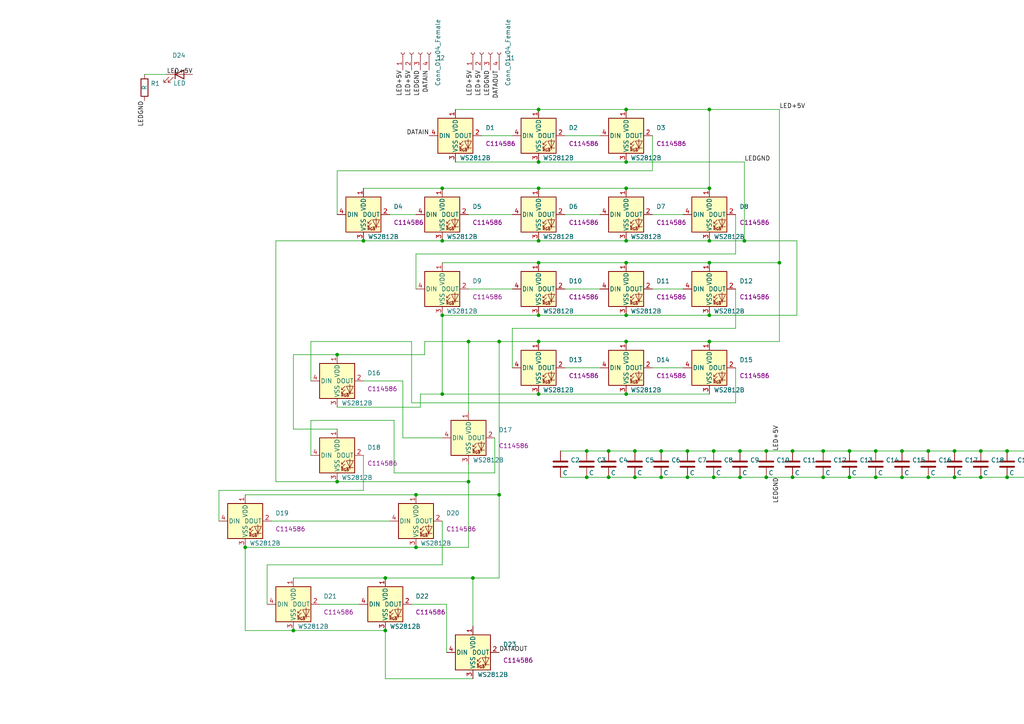
<source format=kicad_sch>
(kicad_sch (version 20211123) (generator eeschema)
  (paper "A4")
  (title_block (title "LANDING GEAR PANEL") (date "2023-02-10") (rev "3"))
  (lib_symbols
    (symbol "Connector:Conn_01x04_Female" (pin_names (offset 1.016) hide)
      (property "Reference" "J" (at 0 5.08 0))
      (property "Value" "Conn_01x04_Female" (at 0 -7.62 0))
      (symbol "Conn_01x04_Female_1_1"
        (arc (start 0 -4.572) (mid -0.508 -5.08) (end 0 -5.588) (stroke (width 0.1524)))
        (arc (start 0 -2.032) (mid -0.508 -2.54) (end 0 -3.048) (stroke (width 0.1524)))
        (polyline (pts (xy -1.27 -5.08) (xy -0.508 -5.08)) (stroke (width 0.1524)))
        (polyline (pts (xy -1.27 -2.54) (xy -0.508 -2.54)) (stroke (width 0.1524)))
        (polyline (pts (xy -1.27 0) (xy -0.508 0)) (stroke (width 0.1524)))
        (polyline (pts (xy -1.27 2.54) (xy -0.508 2.54)) (stroke (width 0.1524)))
        (arc (start 0 0.508) (mid -0.508 0) (end 0 -0.508) (stroke (width 0.1524)))
        (arc (start 0 3.048) (mid -0.508 2.54) (end 0 2.032) (stroke (width 0.1524)))
        (pin passive line (at -5.08 2.54 0) (length 3.81) (name "Pin_1") (number "1"))
        (pin passive line (at -5.08 0 0) (length 3.81) (name "Pin_2") (number "2"))
        (pin passive line (at -5.08 -2.54 0) (length 3.81) (name "Pin_3") (number "3"))
        (pin passive line (at -5.08 -5.08 0) (length 3.81) (name "Pin_4") (number "4"))
      )
    )
    (symbol "Device:C" (pin_numbers hide) (pin_names (offset 0.254))
      (property "Reference" "C" (at 0.635 2.54 0))
      (property "Value" "C" (at 0.635 -2.54 0))
      (symbol "C_0_1"
        (polyline (pts (xy -2.032 -0.762) (xy 2.032 -0.762)) (stroke (width 0.508)))
        (polyline (pts (xy -2.032 0.762) (xy 2.032 0.762)) (stroke (width 0.508)))
      )
      (symbol "C_1_1"
        (pin passive line (at 0 3.81 270) (length 2.794) (name "~") (number "1"))
        (pin passive line (at 0 -3.81 90) (length 2.794) (name "~") (number "2"))
      )
    )
    (symbol "Device:C_Polarized" (pin_numbers hide) (pin_names (offset 0.254))
      (property "Reference" "C" (at 0.635 2.54 0))
      (property "Value" "C_Polarized" (at 0.635 -2.54 0))
      (symbol "C_Polarized_0_1"
        (rectangle (start -2.286 0.508) (end 2.286 1.016))
        (polyline (pts (xy -1.778 2.286) (xy -0.762 2.286)))
        (polyline (pts (xy -1.27 2.794) (xy -1.27 1.778)))
        (rectangle (start 2.286 -0.508) (end -2.286 -1.016) (fill (type outline)))
      )
      (symbol "C_Polarized_1_1"
        (pin passive line (at 0 3.81 270) (length 2.794) (name "~") (number "1"))
        (pin passive line (at 0 -3.81 90) (length 2.794) (name "~") (number "2"))
      )
    )
    (symbol "Device:LED" (pin_numbers hide) (pin_names (offset 1.016) hide)
      (property "Reference" "D" (at 0 2.54 0))
      (property "Value" "LED" (at 0 -2.54 0))
      (symbol "LED_0_1"
        (polyline (pts (xy -1.27 -1.27) (xy -1.27 1.27)) (stroke (width 0.254)))
        (polyline (pts (xy -1.27 0) (xy 1.27 0)))
        (polyline (pts (xy 1.27 -1.27) (xy 1.27 1.27) (xy -1.27 0) (xy 1.27 -1.27)) (stroke (width 0.254)))
        (polyline (pts (xy -3.048 -0.762) (xy -4.572 -2.286) (xy -3.81 -2.286) (xy -4.572 -2.286) (xy -4.572 -1.524)))
        (polyline (pts (xy -1.778 -0.762) (xy -3.302 -2.286) (xy -2.54 -2.286) (xy -3.302 -2.286) (xy -3.302 -1.524)))
      )
      (symbol "LED_1_1"
        (pin passive line (at -3.81 0 0) (length 2.54) (name "K") (number "1"))
        (pin passive line (at 3.81 0 180) (length 2.54) (name "A") (number "2"))
      )
    )
    (symbol "Device:R" (pin_numbers hide) (pin_names (offset 0))
      (property "Reference" "R" (at 2.032 0 90))
      (property "Value" "R" (at 0 0 90))
      (symbol "R_0_1"
        (rectangle (start -1.016 -2.54) (end 1.016 2.54) (stroke (width 0.254)))
      )
      (symbol "R_1_1"
        (pin passive line (at 0 3.81 270) (length 1.27) (name "~") (number "1"))
        (pin passive line (at 0 -3.81 90) (length 1.27) (name "~") (number "2"))
      )
    )
    (symbol "LED:WS2812B" (pin_names (offset 0.254))
      (property "Reference" "D" (at 5.08 5.715 0))
      (property "Value" "WS2812B" (at 1.27 -5.715 0))
      (symbol "WS2812B_0_0"
        (text "RGB" (at 2.286 -4.191 0) (effects (font (size 0.762 0.762))))
      )
      (symbol "WS2812B_0_1"
        (polyline (pts (xy 1.27 -3.556) (xy 1.778 -3.556)))
        (polyline (pts (xy 1.27 -2.54) (xy 1.778 -2.54)))
        (polyline (pts (xy 4.699 -3.556) (xy 2.667 -3.556)))
        (polyline (pts (xy 2.286 -2.54) (xy 1.27 -3.556) (xy 1.27 -3.048)))
        (polyline (pts (xy 2.286 -1.524) (xy 1.27 -2.54) (xy 1.27 -2.032)))
        (polyline (pts (xy 3.683 -1.016) (xy 3.683 -3.556) (xy 3.683 -4.064)))
        (polyline (pts (xy 4.699 -1.524) (xy 2.667 -1.524) (xy 3.683 -3.556) (xy 4.699 -1.524)))
        (rectangle (start 5.08 5.08) (end -5.08 -5.08) (stroke (width 0.254)) (fill (type background)))
      )
      (symbol "WS2812B_1_1"
        (pin power_in line (at 0 7.62 270) (length 2.54) (name "VDD") (number "1"))
        (pin output line (at 7.62 0 180) (length 2.54) (name "DOUT") (number "2"))
        (pin power_in line (at 0 -7.62 90) (length 2.54) (name "VSS") (number "3"))
        (pin input line (at -7.62 0 0) (length 2.54) (name "DIN") (number "4"))
      )
    )
  )
  (junction (at 207.01 130.81))
  (junction (at 269.24 138.43))
  (junction (at 156.21 69.85))
  (junction (at 156.21 31.75))
  (junction (at 71.12 158.75))
  (junction (at 181.61 54.61))
  (junction (at 261.62 130.81))
  (junction (at 137.16 167.64))
  (junction (at 222.25 138.43))
  (junction (at 205.74 54.61))
  (junction (at 135.89 139.7))
  (junction (at 105.41 69.85))
  (junction (at 120.65 158.75))
  (junction (at 307.34 138.43))
  (junction (at 156.21 114.3))
  (junction (at 226.06 76.2))
  (junction (at 111.76 182.88))
  (junction (at 181.61 31.75))
  (junction (at 135.89 99.06))
  (junction (at 128.27 54.61))
  (junction (at 128.27 114.3))
  (junction (at 307.34 130.81))
  (junction (at 181.61 46.99))
  (junction (at 170.18 130.81))
  (junction (at 205.74 76.2))
  (junction (at 181.61 99.06))
  (junction (at 214.63 138.43))
  (junction (at 215.9 69.85))
  (junction (at 299.72 138.43))
  (junction (at 214.63 130.81))
  (junction (at 156.21 91.44))
  (junction (at 229.87 138.43))
  (junction (at 299.72 130.81))
  (junction (at 222.25 130.81))
  (junction (at 207.01 138.43))
  (junction (at 170.18 138.43))
  (junction (at 205.74 99.06))
  (junction (at 128.27 69.85))
  (junction (at 205.74 31.75))
  (junction (at 85.09 182.88))
  (junction (at 181.61 69.85))
  (junction (at 144.78 143.51))
  (junction (at 254 138.43))
  (junction (at 191.77 138.43))
  (junction (at 276.86 130.81))
  (junction (at 111.76 167.64))
  (junction (at 156.21 99.06))
  (junction (at 184.15 138.43))
  (junction (at 97.79 139.7))
  (junction (at 254 130.81))
  (junction (at 181.61 76.2))
  (junction (at 156.21 54.61))
  (junction (at 284.48 130.81))
  (junction (at 238.76 130.81))
  (junction (at 276.86 138.43))
  (junction (at 238.76 138.43))
  (junction (at 269.24 130.81))
  (junction (at 120.65 143.51))
  (junction (at 181.61 114.3))
  (junction (at 199.39 138.43))
  (junction (at 176.53 138.43))
  (junction (at 156.21 46.99))
  (junction (at 156.21 76.2))
  (junction (at 144.78 99.06))
  (junction (at 284.48 138.43))
  (junction (at 205.74 69.85))
  (junction (at 191.77 130.81))
  (junction (at 246.38 138.43))
  (junction (at 184.15 130.81))
  (junction (at 199.39 130.81))
  (junction (at 292.1 138.43))
  (junction (at 229.87 130.81))
  (junction (at 292.1 130.81))
  (junction (at 181.61 91.44))
  (junction (at 176.53 130.81))
  (junction (at 97.79 102.87))
  (junction (at 128.27 91.44))
  (junction (at 261.62 138.43))
  (junction (at 205.74 91.44))
  (junction (at 246.38 130.81))
  (wire (pts (xy 299.72 130.81) (xy 292.1 130.81)))
  (wire (pts (xy 207.01 138.43) (xy 214.63 138.43)))
  (wire (pts (xy 181.61 91.44) (xy 205.74 91.44)))
  (wire (pts (xy 189.23 62.23) (xy 198.12 62.23)))
  (wire (pts (xy 78.74 151.13) (xy 113.03 151.13)))
  (wire (pts (xy 181.61 46.99) (xy 215.9 46.99)))
  (wire (pts (xy 80.01 69.85) (xy 105.41 69.85)))
  (wire (pts (xy 205.74 69.85) (xy 181.61 69.85)))
  (wire (pts (xy 156.21 69.85) (xy 128.27 69.85)))
  (wire (pts (xy 143.51 127) (xy 143.51 137.16)))
  (wire (pts (xy 191.77 130.81) (xy 184.15 130.81)))
  (wire (pts (xy 121.92 118.11) (xy 97.79 118.11)))
  (wire (pts (xy 215.9 69.85) (xy 205.74 69.85)))
  (wire (pts (xy 132.08 46.99) (xy 156.21 46.99)))
  (wire (pts (xy 71.12 143.51) (xy 120.65 143.51)))
  (wire (pts (xy 269.24 130.81) (xy 261.62 130.81)))
  (wire (pts (xy 181.61 31.75) (xy 156.21 31.75)))
  (wire (pts (xy 199.39 138.43) (xy 207.01 138.43)))
  (wire (pts (xy 135.89 62.23) (xy 148.59 62.23)))
  (wire (pts (xy 226.06 99.06) (xy 226.06 76.2)))
  (wire (pts (xy 205.74 54.61) (xy 181.61 54.61)))
  (wire (pts (xy 77.47 163.83) (xy 77.47 175.26)))
  (wire (pts (xy 238.76 130.81) (xy 229.87 130.81)))
  (wire (pts (xy 299.72 138.43) (xy 307.34 138.43)))
  (wire (pts (xy 85.09 182.88) (xy 71.12 182.88)))
  (wire (pts (xy 207.01 130.81) (xy 199.39 130.81)))
  (wire (pts (xy 205.74 31.75) (xy 205.74 54.61)))
  (wire (pts (xy 181.61 31.75) (xy 205.74 31.75)))
  (wire (pts (xy 184.15 130.81) (xy 176.53 130.81)))
  (wire (pts (xy 307.34 130.81) (xy 299.72 130.81)))
  (wire (pts (xy 231.14 91.44) (xy 231.14 69.85)))
  (wire (pts (xy 205.74 76.2) (xy 226.06 76.2)))
  (wire (pts (xy 137.16 167.64) (xy 144.78 167.64)))
  (wire (pts (xy 181.61 54.61) (xy 156.21 54.61)))
  (wire (pts (xy 123.19 102.87) (xy 97.79 102.87)))
  (wire (pts (xy 292.1 130.81) (xy 284.48 130.81)))
  (wire (pts (xy 191.77 138.43) (xy 199.39 138.43)))
  (wire (pts (xy 119.38 175.26) (xy 129.54 175.26)))
  (wire (pts (xy 162.56 138.43) (xy 170.18 138.43)))
  (wire (pts (xy 276.86 138.43) (xy 284.48 138.43)))
  (wire (pts (xy 128.27 114.3) (xy 121.92 114.3)))
  (wire (pts (xy 213.36 116.84) (xy 119.38 116.84)))
  (wire (pts (xy 222.25 130.81) (xy 214.63 130.81)))
  (wire (pts (xy 128.27 114.3) (xy 156.21 114.3)))
  (wire (pts (xy 128.27 91.44) (xy 128.27 114.3)))
  (wire (pts (xy 121.92 114.3) (xy 121.92 118.11)))
  (wire (pts (xy 246.38 138.43) (xy 254 138.43)))
  (wire (pts (xy 181.61 76.2) (xy 205.74 76.2)))
  (wire (pts (xy 307.34 138.43) (xy 316.23 138.43)))
  (wire (pts (xy 156.21 91.44) (xy 181.61 91.44)))
  (wire (pts (xy 128.27 54.61) (xy 105.41 54.61)))
  (wire (pts (xy 90.17 121.92) (xy 90.17 132.08)))
  (wire (pts (xy 284.48 130.81) (xy 276.86 130.81)))
  (wire (pts (xy 213.36 95.25) (xy 148.59 95.25)))
  (wire (pts (xy 135.89 134.62) (xy 135.89 139.7)))
  (wire (pts (xy 181.61 114.3) (xy 205.74 114.3)))
  (wire (pts (xy 213.36 106.68) (xy 213.36 116.84)))
  (wire (pts (xy 120.65 73.66) (xy 120.65 83.82)))
  (wire (pts (xy 229.87 138.43) (xy 238.76 138.43)))
  (wire (pts (xy 184.15 138.43) (xy 191.77 138.43)))
  (wire (pts (xy 97.79 49.53) (xy 97.79 62.23)))
  (wire (pts (xy 113.03 62.23) (xy 120.65 62.23)))
  (wire (pts (xy 181.61 69.85) (xy 156.21 69.85)))
  (wire (pts (xy 246.38 130.81) (xy 238.76 130.81)))
  (wire (pts (xy 135.89 119.38) (xy 135.89 99.06)))
  (wire (pts (xy 156.21 46.99) (xy 181.61 46.99)))
  (wire (pts (xy 123.19 99.06) (xy 123.19 102.87)))
  (wire (pts (xy 120.65 143.51) (xy 144.78 143.51)))
  (wire (pts (xy 85.09 167.64) (xy 111.76 167.64)))
  (wire (pts (xy 97.79 139.7) (xy 80.01 139.7)))
  (wire (pts (xy 156.21 54.61) (xy 128.27 54.61)))
  (wire (pts (xy 105.41 132.08) (xy 105.41 142.24)))
  (wire (pts (xy 111.76 182.88) (xy 85.09 182.88)))
  (wire (pts (xy 176.53 130.81) (xy 170.18 130.81)))
  (wire (pts (xy 292.1 138.43) (xy 299.72 138.43)))
  (wire (pts (xy 238.76 138.43) (xy 246.38 138.43)))
  (wire (pts (xy 128.27 69.85) (xy 105.41 69.85)))
  (wire (pts (xy 214.63 130.81) (xy 207.01 130.81)))
  (wire (pts (xy 139.7 39.37) (xy 148.59 39.37)))
  (wire (pts (xy 156.21 99.06) (xy 144.78 99.06)))
  (wire (pts (xy 189.23 83.82) (xy 198.12 83.82)))
  (wire (pts (xy 276.86 130.81) (xy 269.24 130.81)))
  (wire (pts (xy 63.5 142.24) (xy 63.5 151.13)))
  (wire (pts (xy 71.12 182.88) (xy 71.12 158.75)))
  (wire (pts (xy 189.23 49.53) (xy 97.79 49.53)))
  (wire (pts (xy 85.09 102.87) (xy 97.79 102.87)))
  (wire (pts (xy 213.36 62.23) (xy 213.36 73.66)))
  (wire (pts (xy 189.23 106.68) (xy 198.12 106.68)))
  (wire (pts (xy 116.84 110.49) (xy 116.84 127)))
  (wire (pts (xy 231.14 69.85) (xy 215.9 69.85)))
  (wire (pts (xy 105.41 142.24) (xy 63.5 142.24)))
  (wire (pts (xy 170.18 130.81) (xy 162.56 130.81)))
  (wire (pts (xy 137.16 196.85) (xy 111.76 196.85)))
  (wire (pts (xy 261.62 130.81) (xy 254 130.81)))
  (wire (pts (xy 148.59 95.25) (xy 148.59 106.68)))
  (wire (pts (xy 71.12 158.75) (xy 120.65 158.75)))
  (wire (pts (xy 144.78 143.51) (xy 144.78 99.06)))
  (wire (pts (xy 111.76 167.64) (xy 137.16 167.64)))
  (wire (pts (xy 48.26 21.59) (xy 41.91 21.59)))
  (wire (pts (xy 114.3 137.16) (xy 114.3 121.92)))
  (wire (pts (xy 137.16 181.61) (xy 137.16 167.64)))
  (wire (pts (xy 120.65 158.75) (xy 135.89 158.75)))
  (wire (pts (xy 156.21 31.75) (xy 132.08 31.75)))
  (wire (pts (xy 144.78 167.64) (xy 144.78 143.51)))
  (wire (pts (xy 128.27 76.2) (xy 156.21 76.2)))
  (wire (pts (xy 254 130.81) (xy 246.38 130.81)))
  (wire (pts (xy 128.27 91.44) (xy 156.21 91.44)))
  (wire (pts (xy 116.84 127) (xy 128.27 127)))
  (wire (pts (xy 226.06 31.75) (xy 205.74 31.75)))
  (wire (pts (xy 226.06 76.2) (xy 226.06 31.75)))
  (wire (pts (xy 105.41 110.49) (xy 116.84 110.49)))
  (wire (pts (xy 92.71 175.26) (xy 104.14 175.26)))
  (wire (pts (xy 214.63 138.43) (xy 222.25 138.43)))
  (wire (pts (xy 114.3 121.92) (xy 90.17 121.92)))
  (wire (pts (xy 90.17 99.06) (xy 90.17 110.49)))
  (wire (pts (xy 176.53 138.43) (xy 184.15 138.43)))
  (wire (pts (xy 163.83 62.23) (xy 173.99 62.23)))
  (wire (pts (xy 163.83 83.82) (xy 173.99 83.82)))
  (wire (pts (xy 119.38 99.06) (xy 90.17 99.06)))
  (wire (pts (xy 129.54 175.26) (xy 129.54 189.23)))
  (wire (pts (xy 144.78 99.06) (xy 135.89 99.06)))
  (wire (pts (xy 284.48 138.43) (xy 292.1 138.43)))
  (wire (pts (xy 135.89 139.7) (xy 97.79 139.7)))
  (wire (pts (xy 213.36 83.82) (xy 213.36 95.25)))
  (wire (pts (xy 213.36 73.66) (xy 120.65 73.66)))
  (wire (pts (xy 229.87 130.81) (xy 222.25 130.81)))
  (wire (pts (xy 97.79 124.46) (xy 85.09 124.46)))
  (wire (pts (xy 85.09 124.46) (xy 85.09 102.87)))
  (wire (pts (xy 119.38 116.84) (xy 119.38 99.06)))
  (wire (pts (xy 199.39 130.81) (xy 191.77 130.81)))
  (wire (pts (xy 181.61 99.06) (xy 156.21 99.06)))
  (wire (pts (xy 135.89 158.75) (xy 135.89 139.7)))
  (wire (pts (xy 156.21 76.2) (xy 181.61 76.2)))
  (wire (pts (xy 254 138.43) (xy 261.62 138.43)))
  (wire (pts (xy 189.23 39.37) (xy 189.23 49.53)))
  (wire (pts (xy 215.9 46.99) (xy 215.9 69.85)))
  (wire (pts (xy 205.74 91.44) (xy 231.14 91.44)))
  (wire (pts (xy 170.18 138.43) (xy 176.53 138.43)))
  (wire (pts (xy 143.51 137.16) (xy 114.3 137.16)))
  (wire (pts (xy 135.89 83.82) (xy 148.59 83.82)))
  (wire (pts (xy 156.21 114.3) (xy 181.61 114.3)))
  (wire (pts (xy 111.76 196.85) (xy 111.76 182.88)))
  (wire (pts (xy 135.89 99.06) (xy 123.19 99.06)))
  (wire (pts (xy 316.23 130.81) (xy 307.34 130.81)))
  (wire (pts (xy 205.74 99.06) (xy 226.06 99.06)))
  (wire (pts (xy 222.25 138.43) (xy 229.87 138.43)))
  (wire (pts (xy 128.27 151.13) (xy 128.27 163.83)))
  (wire (pts (xy 128.27 163.83) (xy 77.47 163.83)))
  (wire (pts (xy 261.62 138.43) (xy 269.24 138.43)))
  (wire (pts (xy 163.83 39.37) (xy 173.99 39.37)))
  (wire (pts (xy 80.01 139.7) (xy 80.01 69.85)))
  (wire (pts (xy 163.83 106.68) (xy 173.99 106.68)))
  (wire (pts (xy 269.24 138.43) (xy 276.86 138.43)))
  (wire (pts (xy 205.74 99.06) (xy 181.61 99.06)))
  (label "LED+5V" (at 55.88 21.59 180))
  (label "DATAIN" (at 124.46 39.37 180))
  (label "LED+5V" (at 119.38 20.32 270))
  (label "LEDGND" (at 215.9 46.99 0))
  (label "LED+5V" (at 139.7 20.32 270))
  (label "LEDGND" (at 226.06 138.43 270))
  (label "LED+5V" (at 226.06 130.81 90))
  (label "DATAOUT" (at 144.78 189.23 0))
  (label "LEDGND" (at 142.24 20.32 270))
  (label "LEDGND" (at 41.91 29.21 270))
  (label "LED+5V" (at 226.06 31.75 0))
  (label "DATAIN" (at 124.46 20.32 270))
  (label "LED+5V" (at 116.84 20.32 270))
  (label "LED+5V" (at 137.16 20.32 270))
  (label "DATAOUT" (at 144.78 20.32 270))
  (label "LEDGND" (at 121.92 20.32 270))
  (symbol (lib_id "Connector:Conn_01x04_Female") (at 119.38 15.24 90) (unit 1)
    (property "Reference" "J2" (at 126.6952 16.8148 90) (effects (justify right)))
    (property "Value" "Conn_01x04_Female" (at 127 15.24 0))
    (property "Footprint" "OH_Footprints:Molex_Mini-Fit_Jr_5566-04A_2x02_P4.20mm_Vertical" (effects hide))
  )
  (symbol (lib_id "Connector:Conn_01x04_Female") (at 139.7 15.24 90) (unit 1)
    (property "Reference" "J1" (at 147.0152 16.8148 90) (effects (justify right)))
    (property "Value" "Conn_01x04_Female" (at 147.32 15.24 0))
    (property "Footprint" "OH_Footprints:Molex_Mini-Fit_Jr_5566-04A_2x02_P4.20mm_Vertical" (effects hide))
  )
  (symbol (lib_id "Device:C_Polarized") (at 316.23 134.62 0) (unit 1)
    (property "Reference" "C1" (at 313.2328 135.7884 0) (effects (justify right)))
    (property "Value" "C_Polarized" (at 316.865 137.16 0) (effects (justify left)))
    (property "Footprint" "OH_Footprints:CP_Elec_8x10" (effects hide))
  )
  (symbol (lib_id "LED:WS2812B") (at 132.08 39.37 0) (unit 1)
    (property "Reference" "D1" (at 140.8176 37.0586 0) (effects (justify left)))
    (property "Value" "WS2812B" (at 133.35 45.085 0) (effects (justify left top)))
    (property "Footprint" "OH_Footprints:LED_WS2812B_PLCC4_5.0x5.0mm_P3.2mm" (effects hide))
    (property "Datasheet" "https://cdn-shop.adafruit.com/datasheets/WS2812B.pdf" (effects hide))
    (property "LCSC Part Number" "C114586" (at 140.8176 41.6814 0) (effects (justify left)))
  )
  (symbol (lib_id "LED:WS2812B") (at 156.21 39.37 0) (unit 1)
    (property "Reference" "D2" (at 164.9476 37.0586 0) (effects (justify left)))
    (property "Value" "WS2812B" (at 157.48 45.085 0) (effects (justify left top)))
    (property "Footprint" "OH_Footprints:LED_WS2812B_PLCC4_5.0x5.0mm_P3.2mm" (effects hide))
    (property "Datasheet" "https://cdn-shop.adafruit.com/datasheets/WS2812B.pdf" (effects hide))
    (property "LCSC Part Number" "C114586" (at 164.9476 41.6814 0) (effects (justify left)))
  )
  (symbol (lib_id "LED:WS2812B") (at 181.61 39.37 0) (unit 1)
    (property "Reference" "D3" (at 190.3476 37.0586 0) (effects (justify left)))
    (property "Value" "WS2812B" (at 182.88 45.085 0) (effects (justify left top)))
    (property "Footprint" "OH_Footprints:LED_WS2812B_PLCC4_5.0x5.0mm_P3.2mm" (effects hide))
    (property "Datasheet" "https://cdn-shop.adafruit.com/datasheets/WS2812B.pdf" (effects hide))
    (property "LCSC Part Number" "C114586" (at 190.3476 41.6814 0) (effects (justify left)))
  )
  (symbol (lib_id "LED:WS2812B") (at 105.41 62.23 0) (unit 1)
    (property "Reference" "D4" (at 114.1476 59.9186 0) (effects (justify left)))
    (property "Value" "WS2812B" (at 106.68 67.945 0) (effects (justify left top)))
    (property "Footprint" "OH_Footprints:LED_WS2812B_PLCC4_5.0x5.0mm_P3.2mm" (effects hide))
    (property "Datasheet" "https://cdn-shop.adafruit.com/datasheets/WS2812B.pdf" (effects hide))
    (property "LCSC Part Number" "C114586" (at 114.1476 64.5414 0) (effects (justify left)))
  )
  (symbol (lib_id "LED:WS2812B") (at 128.27 62.23 0) (unit 1)
    (property "Reference" "D5" (at 137.0076 59.9186 0) (effects (justify left)))
    (property "Value" "WS2812B" (at 129.54 67.945 0) (effects (justify left top)))
    (property "Footprint" "OH_Footprints:LED_WS2812B_PLCC4_5.0x5.0mm_P3.2mm" (effects hide))
    (property "Datasheet" "https://cdn-shop.adafruit.com/datasheets/WS2812B.pdf" (effects hide))
    (property "LCSC Part Number" "C114586" (at 137.0076 64.5414 0) (effects (justify left)))
  )
  (symbol (lib_id "LED:WS2812B") (at 156.21 62.23 0) (unit 1)
    (property "Reference" "D6" (at 164.9476 59.9186 0) (effects (justify left)))
    (property "Value" "WS2812B" (at 157.48 67.945 0) (effects (justify left top)))
    (property "Footprint" "OH_Footprints:LED_WS2812B_PLCC4_5.0x5.0mm_P3.2mm" (effects hide))
    (property "Datasheet" "https://cdn-shop.adafruit.com/datasheets/WS2812B.pdf" (effects hide))
    (property "LCSC Part Number" "C114586" (at 164.9476 64.5414 0) (effects (justify left)))
  )
  (symbol (lib_id "LED:WS2812B") (at 181.61 62.23 0) (unit 1)
    (property "Reference" "D7" (at 190.3476 59.9186 0) (effects (justify left)))
    (property "Value" "WS2812B" (at 182.88 67.945 0) (effects (justify left top)))
    (property "Footprint" "OH_Footprints:LED_WS2812B_PLCC4_5.0x5.0mm_P3.2mm" (effects hide))
    (property "Datasheet" "https://cdn-shop.adafruit.com/datasheets/WS2812B.pdf" (effects hide))
    (property "LCSC Part Number" "C114586" (at 190.3476 64.5414 0) (effects (justify left)))
  )
  (symbol (lib_id "LED:WS2812B") (at 205.74 62.23 0) (unit 1)
    (property "Reference" "D8" (at 214.4776 59.9186 0) (effects (justify left)))
    (property "Value" "WS2812B" (at 207.01 67.945 0) (effects (justify left top)))
    (property "Footprint" "OH_Footprints:LED_WS2812B_PLCC4_5.0x5.0mm_P3.2mm" (effects hide))
    (property "Datasheet" "https://cdn-shop.adafruit.com/datasheets/WS2812B.pdf" (effects hide))
    (property "LCSC Part Number" "C114586" (at 214.4776 64.5414 0) (effects (justify left)))
  )
  (symbol (lib_id "LED:WS2812B") (at 128.27 83.82 0) (unit 1)
    (property "Reference" "D9" (at 137.0076 81.5086 0) (effects (justify left)))
    (property "Value" "WS2812B" (at 129.54 89.535 0) (effects (justify left top)))
    (property "Footprint" "OH_Footprints:LED_WS2812B_PLCC4_5.0x5.0mm_P3.2mm" (effects hide))
    (property "Datasheet" "https://cdn-shop.adafruit.com/datasheets/WS2812B.pdf" (effects hide))
    (property "LCSC Part Number" "C114586" (at 137.0076 86.1314 0) (effects (justify left)))
  )
  (symbol (lib_id "LED:WS2812B") (at 156.21 83.82 0) (unit 1)
    (property "Reference" "D10" (at 164.9476 81.5086 0) (effects (justify left)))
    (property "Value" "WS2812B" (at 157.48 89.535 0) (effects (justify left top)))
    (property "Footprint" "OH_Footprints:LED_WS2812B_PLCC4_5.0x5.0mm_P3.2mm" (effects hide))
    (property "Datasheet" "https://cdn-shop.adafruit.com/datasheets/WS2812B.pdf" (effects hide))
    (property "LCSC Part Number" "C114586" (at 164.9476 86.1314 0) (effects (justify left)))
  )
  (symbol (lib_id "LED:WS2812B") (at 181.61 83.82 0) (unit 1)
    (property "Reference" "D11" (at 190.3476 81.5086 0) (effects (justify left)))
    (property "Value" "WS2812B" (at 182.88 89.535 0) (effects (justify left top)))
    (property "Footprint" "OH_Footprints:LED_WS2812B_PLCC4_5.0x5.0mm_P3.2mm" (effects hide))
    (property "Datasheet" "https://cdn-shop.adafruit.com/datasheets/WS2812B.pdf" (effects hide))
    (property "LCSC Part Number" "C114586" (at 190.3476 86.1314 0) (effects (justify left)))
  )
  (symbol (lib_id "LED:WS2812B") (at 205.74 83.82 0) (unit 1)
    (property "Reference" "D12" (at 214.4776 81.5086 0) (effects (justify left)))
    (property "Value" "WS2812B" (at 207.01 89.535 0) (effects (justify left top)))
    (property "Footprint" "OH_Footprints:LED_WS2812B_PLCC4_5.0x5.0mm_P3.2mm" (effects hide))
    (property "Datasheet" "https://cdn-shop.adafruit.com/datasheets/WS2812B.pdf" (effects hide))
    (property "LCSC Part Number" "C114586" (at 214.4776 86.1314 0) (effects (justify left)))
  )
  (symbol (lib_id "LED:WS2812B") (at 156.21 106.68 0) (unit 1)
    (property "Reference" "D13" (at 164.9476 104.3686 0) (effects (justify left)))
    (property "Value" "WS2812B" (at 157.48 112.395 0) (effects (justify left top)))
    (property "Footprint" "OH_Footprints:LED_WS2812B_PLCC4_5.0x5.0mm_P3.2mm" (effects hide))
    (property "Datasheet" "https://cdn-shop.adafruit.com/datasheets/WS2812B.pdf" (effects hide))
    (property "LCSC Part Number" "C114586" (at 164.9476 108.9914 0) (effects (justify left)))
  )
  (symbol (lib_id "LED:WS2812B") (at 181.61 106.68 0) (unit 1)
    (property "Reference" "D14" (at 190.3476 104.3686 0) (effects (justify left)))
    (property "Value" "WS2812B" (at 182.88 112.395 0) (effects (justify left top)))
    (property "Footprint" "OH_Footprints:LED_WS2812B_PLCC4_5.0x5.0mm_P3.2mm" (effects hide))
    (property "Datasheet" "https://cdn-shop.adafruit.com/datasheets/WS2812B.pdf" (effects hide))
    (property "LCSC Part Number" "C114586" (at 190.3476 108.9914 0) (effects (justify left)))
  )
  (symbol (lib_id "LED:WS2812B") (at 205.74 106.68 0) (unit 1)
    (property "Reference" "D15" (at 214.4776 104.3686 0) (effects (justify left)))
    (property "Value" "WS2812B" (at 207.01 112.395 0) (effects (justify left top)))
    (property "Footprint" "OH_Footprints:LED_WS2812B_PLCC4_5.0x5.0mm_P3.2mm" (effects hide))
    (property "Datasheet" "https://cdn-shop.adafruit.com/datasheets/WS2812B.pdf" (effects hide))
    (property "LCSC Part Number" "C114586" (at 214.4776 108.9914 0) (effects (justify left)))
  )
  (symbol (lib_id "LED:WS2812B") (at 135.89 127 0) (unit 1)
    (property "Reference" "D17" (at 144.6276 124.6886 0) (effects (justify left)))
    (property "Value" "WS2812B" (at 137.16 132.715 0) (effects (justify left top)))
    (property "Footprint" "OH_Footprints:LED_WS2812B_PLCC4_5.0x5.0mm_P3.2mm" (effects hide))
    (property "Datasheet" "https://cdn-shop.adafruit.com/datasheets/WS2812B.pdf" (effects hide))
    (property "LCSC Part Number" "C114586" (at 144.6276 129.3114 0) (effects (justify left)))
  )
  (symbol (lib_id "LED:WS2812B") (at 97.79 110.49 0) (unit 1)
    (property "Reference" "D16" (at 106.5276 108.1786 0) (effects (justify left)))
    (property "Value" "WS2812B" (at 99.06 116.205 0) (effects (justify left top)))
    (property "Footprint" "OH_Footprints:LED_WS2812B_PLCC4_5.0x5.0mm_P3.2mm" (effects hide))
    (property "Datasheet" "https://cdn-shop.adafruit.com/datasheets/WS2812B.pdf" (effects hide))
    (property "LCSC Part Number" "C114586" (at 106.5276 112.8014 0) (effects (justify left)))
  )
  (symbol (lib_id "LED:WS2812B") (at 97.79 132.08 0) (unit 1)
    (property "Reference" "D18" (at 106.5276 129.7686 0) (effects (justify left)))
    (property "Value" "WS2812B" (at 99.06 137.795 0) (effects (justify left top)))
    (property "Footprint" "OH_Footprints:LED_WS2812B_PLCC4_5.0x5.0mm_P3.2mm" (effects hide))
    (property "Datasheet" "https://cdn-shop.adafruit.com/datasheets/WS2812B.pdf" (effects hide))
    (property "LCSC Part Number" "C114586" (at 106.5276 134.3914 0) (effects (justify left)))
  )
  (symbol (lib_id "LED:WS2812B") (at 71.12 151.13 0) (unit 1)
    (property "Reference" "D19" (at 79.8576 148.8186 0) (effects (justify left)))
    (property "Value" "WS2812B" (at 72.39 156.845 0) (effects (justify left top)))
    (property "Footprint" "OH_Footprints:LED_WS2812B_PLCC4_5.0x5.0mm_P3.2mm" (effects hide))
    (property "Datasheet" "https://cdn-shop.adafruit.com/datasheets/WS2812B.pdf" (effects hide))
    (property "LCSC Part Number" "C114586" (at 79.8576 153.4414 0) (effects (justify left)))
  )
  (symbol (lib_id "LED:WS2812B") (at 120.65 151.13 0) (unit 1)
    (property "Reference" "D20" (at 129.3876 148.8186 0) (effects (justify left)))
    (property "Value" "WS2812B" (at 121.92 156.845 0) (effects (justify left top)))
    (property "Footprint" "OH_Footprints:LED_WS2812B_PLCC4_5.0x5.0mm_P3.2mm" (effects hide))
    (property "Datasheet" "https://cdn-shop.adafruit.com/datasheets/WS2812B.pdf" (effects hide))
    (property "LCSC Part Number" "C114586" (at 129.3876 153.4414 0) (effects (justify left)))
  )
  (symbol (lib_id "LED:WS2812B") (at 85.09 175.26 0) (unit 1)
    (property "Reference" "D21" (at 93.8276 172.9486 0) (effects (justify left)))
    (property "Value" "WS2812B" (at 86.36 180.975 0) (effects (justify left top)))
    (property "Footprint" "OH_Footprints:LED_WS2812B_PLCC4_5.0x5.0mm_P3.2mm" (effects hide))
    (property "Datasheet" "https://cdn-shop.adafruit.com/datasheets/WS2812B.pdf" (effects hide))
    (property "LCSC Part Number" "C114586" (at 93.8276 177.5714 0) (effects (justify left)))
  )
  (symbol (lib_id "LED:WS2812B") (at 111.76 175.26 0) (unit 1)
    (property "Reference" "D22" (at 120.4976 172.9486 0) (effects (justify left)))
    (property "Value" "WS2812B" (at 113.03 180.975 0) (effects (justify left top)))
    (property "Footprint" "OH_Footprints:LED_WS2812B_PLCC4_5.0x5.0mm_P3.2mm" (effects hide))
    (property "Datasheet" "https://cdn-shop.adafruit.com/datasheets/WS2812B.pdf" (effects hide))
    (property "LCSC Part Number" "C114586" (at 120.4976 177.5714 0) (effects (justify left)))
  )
  (symbol (lib_id "LED:WS2812B") (at 137.16 189.23 0) (unit 1)
    (property "Reference" "D23" (at 145.8976 186.9186 0) (effects (justify left)))
    (property "Value" "WS2812B" (at 138.43 194.945 0) (effects (justify left top)))
    (property "Footprint" "OH_Footprints:LED_WS2812B_PLCC4_5.0x5.0mm_P3.2mm" (effects hide))
    (property "Datasheet" "https://cdn-shop.adafruit.com/datasheets/WS2812B.pdf" (effects hide))
    (property "LCSC Part Number" "C114586" (at 145.8976 191.5414 0) (effects (justify left)))
  )
  (symbol (lib_id "Device:LED") (at 52.07 21.59 0) (unit 1)
    (property "Reference" "D24" (at 51.8922 16.0782 0))
    (property "Value" "LED" (at 52.07 24.13 0))
    (property "Footprint" "OH_Footprints:LED_D3.0mm" (effects hide))
  )
  (symbol (lib_id "Device:R") (at 41.91 25.4 0) (unit 1)
    (property "Reference" "R1" (at 43.688 24.2316 0) (effects (justify left)))
    (property "Value" "R" (at 41.91 25.4 90))
    (property "Footprint" "OH_Footprints:R_0603_1608Metric" (effects hide))
  )
  (symbol (lib_id "Device:C") (at 176.53 134.62 0) (unit 1)
    (property "Reference" "C4" (at 179.451 133.4516 0) (effects (justify left)))
    (property "Value" "C" (at 177.165 137.16 0) (effects (justify left)))
    (property "Footprint" "OH_Footprints:C_0603_1608Metric" (effects hide))
  )
  (symbol (lib_id "Device:C") (at 184.15 134.62 0) (unit 1)
    (property "Reference" "C5" (at 187.071 133.4516 0) (effects (justify left)))
    (property "Value" "C" (at 184.785 137.16 0) (effects (justify left)))
    (property "Footprint" "OH_Footprints:C_0603_1608Metric" (effects hide))
  )
  (symbol (lib_id "Device:C") (at 191.77 134.62 0) (unit 1)
    (property "Reference" "C6" (at 194.691 133.4516 0) (effects (justify left)))
    (property "Value" "C" (at 192.405 137.16 0) (effects (justify left)))
    (property "Footprint" "OH_Footprints:C_0603_1608Metric" (effects hide))
  )
  (symbol (lib_id "Device:C") (at 199.39 134.62 0) (unit 1)
    (property "Reference" "C7" (at 202.311 133.4516 0) (effects (justify left)))
    (property "Value" "C" (at 200.025 137.16 0) (effects (justify left)))
    (property "Footprint" "OH_Footprints:C_0603_1608Metric" (effects hide))
  )
  (symbol (lib_id "Device:C") (at 207.01 134.62 0) (unit 1)
    (property "Reference" "C8" (at 209.931 133.4516 0) (effects (justify left)))
    (property "Value" "C" (at 207.645 137.16 0) (effects (justify left)))
    (property "Footprint" "OH_Footprints:C_0603_1608Metric" (effects hide))
  )
  (symbol (lib_id "Device:C") (at 214.63 134.62 0) (unit 1)
    (property "Reference" "C9" (at 217.551 133.4516 0) (effects (justify left)))
    (property "Value" "C" (at 215.265 137.16 0) (effects (justify left)))
    (property "Footprint" "OH_Footprints:C_0603_1608Metric" (effects hide))
  )
  (symbol (lib_id "Device:C") (at 222.25 134.62 0) (unit 1)
    (property "Reference" "C10" (at 225.171 133.4516 0) (effects (justify left)))
    (property "Value" "C" (at 222.885 137.16 0) (effects (justify left)))
    (property "Footprint" "OH_Footprints:C_0603_1608Metric" (effects hide))
  )
  (symbol (lib_id "Device:C") (at 229.87 134.62 0) (unit 1)
    (property "Reference" "C11" (at 232.791 133.4516 0) (effects (justify left)))
    (property "Value" "C" (at 230.505 137.16 0) (effects (justify left)))
    (property "Footprint" "OH_Footprints:C_0603_1608Metric" (effects hide))
  )
  (symbol (lib_id "Device:C") (at 238.76 134.62 0) (unit 1)
    (property "Reference" "C12" (at 241.681 133.4516 0) (effects (justify left)))
    (property "Value" "C" (at 239.395 137.16 0) (effects (justify left)))
    (property "Footprint" "OH_Footprints:C_0603_1608Metric" (effects hide))
  )
  (symbol (lib_id "Device:C") (at 246.38 134.62 0) (unit 1)
    (property "Reference" "C13" (at 249.301 133.4516 0) (effects (justify left)))
    (property "Value" "C" (at 247.015 137.16 0) (effects (justify left)))
    (property "Footprint" "OH_Footprints:C_0603_1608Metric" (effects hide))
  )
  (symbol (lib_id "Device:C") (at 254 134.62 0) (unit 1)
    (property "Reference" "C14" (at 256.921 133.4516 0) (effects (justify left)))
    (property "Value" "C" (at 254.635 137.16 0) (effects (justify left)))
    (property "Footprint" "OH_Footprints:C_0603_1608Metric" (effects hide))
  )
  (symbol (lib_id "Device:C") (at 261.62 134.62 0) (unit 1)
    (property "Reference" "C15" (at 264.541 133.4516 0) (effects (justify left)))
    (property "Value" "C" (at 262.255 137.16 0) (effects (justify left)))
    (property "Footprint" "OH_Footprints:C_0603_1608Metric" (effects hide))
  )
  (symbol (lib_id "Device:C") (at 269.24 134.62 0) (unit 1)
    (property "Reference" "C16" (at 272.161 133.4516 0) (effects (justify left)))
    (property "Value" "C" (at 269.875 137.16 0) (effects (justify left)))
    (property "Footprint" "OH_Footprints:C_0603_1608Metric" (effects hide))
  )
  (symbol (lib_id "Device:C") (at 276.86 134.62 0) (unit 1)
    (property "Reference" "C17" (at 279.781 133.4516 0) (effects (justify left)))
    (property "Value" "C" (at 277.495 137.16 0) (effects (justify left)))
    (property "Footprint" "OH_Footprints:C_0603_1608Metric" (effects hide))
  )
  (symbol (lib_id "Device:C") (at 170.18 134.62 0) (unit 1)
    (property "Reference" "C3" (at 173.101 133.4516 0) (effects (justify left)))
    (property "Value" "C" (at 170.815 137.16 0) (effects (justify left)))
    (property "Footprint" "OH_Footprints:C_0603_1608Metric" (effects hide))
  )
  (symbol (lib_id "Device:C") (at 162.56 134.62 0) (unit 1)
    (property "Reference" "C2" (at 165.481 133.4516 0) (effects (justify left)))
    (property "Value" "C" (at 163.195 137.16 0) (effects (justify left)))
    (property "Footprint" "OH_Footprints:C_0603_1608Metric" (effects hide))
  )
  (symbol (lib_id "Device:C") (at 284.48 134.62 0) (unit 1)
    (property "Reference" "C18" (at 287.401 133.4516 0) (effects (justify left)))
    (property "Value" "C" (at 285.115 137.16 0) (effects (justify left)))
    (property "Footprint" "OH_Footprints:C_0603_1608Metric" (effects hide))
  )
  (symbol (lib_id "Device:C") (at 292.1 134.62 0) (unit 1)
    (property "Reference" "C19" (at 295.021 133.4516 0) (effects (justify left)))
    (property "Value" "C" (at 292.735 137.16 0) (effects (justify left)))
    (property "Footprint" "OH_Footprints:C_0603_1608Metric" (effects hide))
  )
  (symbol (lib_id "Device:C") (at 299.72 134.62 0) (unit 1)
    (property "Reference" "C20" (at 302.641 133.4516 0) (effects (justify left)))
    (property "Value" "C" (at 300.355 137.16 0) (effects (justify left)))
    (property "Footprint" "OH_Footprints:C_0603_1608Metric" (effects hide))
  )
  (symbol (lib_id "Device:C") (at 307.34 134.62 0) (unit 1)
    (property "Reference" "C21" (at 310.261 133.4516 0) (effects (justify left)))
    (property "Value" "C" (at 307.975 137.16 0) (effects (justify left)))
    (property "Footprint" "OH_Footprints:C_0603_1608Metric" (effects hide))
  )
)
</source>
